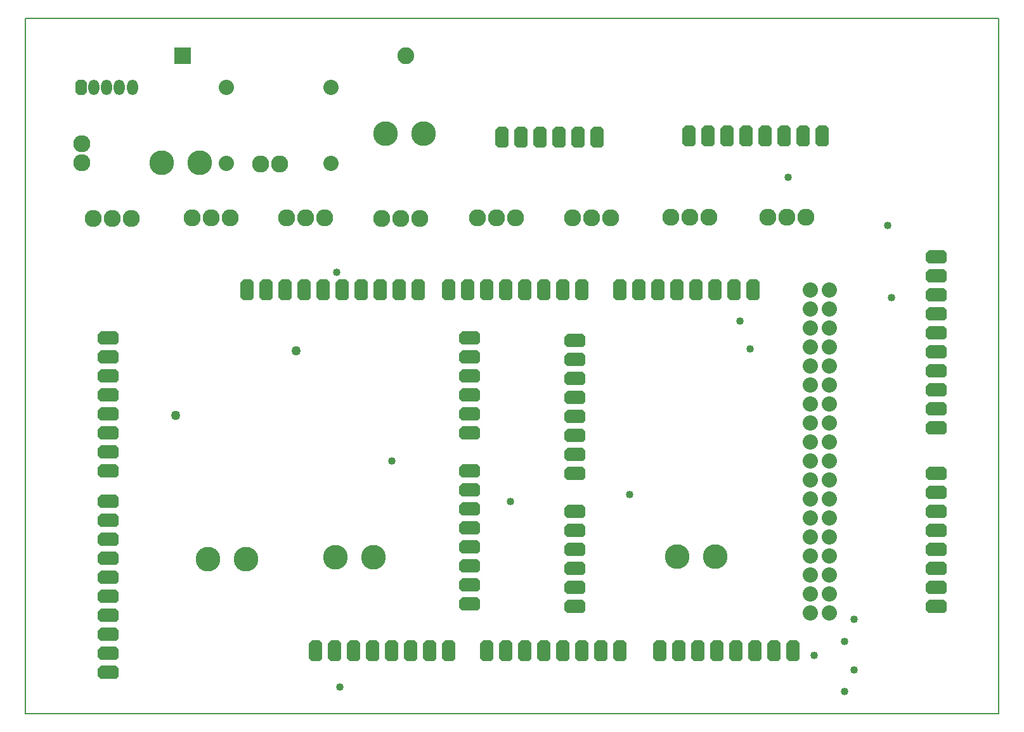
<source format=gbr>
G04 PROTEUS GERBER X2 FILE*
%TF.GenerationSoftware,Labcenter,Proteus,8.12-SP2-Build31155*%
%TF.CreationDate,2022-01-10T11:38:20+00:00*%
%TF.FileFunction,Soldermask,Top*%
%TF.FilePolarity,Negative*%
%TF.Part,Single*%
%TF.SameCoordinates,{77801cfb-34c7-4bc7-9940-2a46c461fd0e}*%
%FSLAX45Y45*%
%MOMM*%
G01*
%TA.AperFunction,Material*%
%ADD26C,1.016000*%
%ADD27C,1.270000*%
%TA.AperFunction,Material*%
%ADD28C,2.032000*%
%AMPPAD021*
4,1,8,
-0.509800,1.397000,
0.509800,1.397000,
0.889000,1.017800,
0.889000,-1.017800,
0.509800,-1.397000,
-0.509800,-1.397000,
-0.889000,-1.017800,
-0.889000,1.017800,
-0.509800,1.397000,
0*%
%TA.AperFunction,Material*%
%ADD29PPAD021*%
%AMPPAD022*
4,1,8,
1.397000,-0.509800,
1.397000,0.509800,
1.017800,0.889000,
-1.017800,0.889000,
-1.397000,0.509800,
-1.397000,-0.509800,
-1.017800,-0.889000,
1.017800,-0.889000,
1.397000,-0.509800,
0*%
%TA.AperFunction,Material*%
%ADD72PPAD022*%
%AMPPAD023*
4,1,8,
-0.509800,-1.397000,
0.509800,-1.397000,
0.889000,-1.017800,
0.889000,1.017800,
0.509800,1.397000,
-0.509800,1.397000,
-0.889000,1.017800,
-0.889000,-1.017800,
-0.509800,-1.397000,
0*%
%ADD73PPAD023*%
%TA.AperFunction,Material*%
%ADD30C,2.286000*%
%TA.AperFunction,Material*%
%ADD31C,3.302000*%
%AMPPAD026*
4,1,8,
-0.435000,1.000000,
0.435000,1.000000,
0.725000,0.710000,
0.725000,-0.710000,
0.435000,-1.000000,
-0.435000,-1.000000,
-0.725000,-0.710000,
-0.725000,0.710000,
-0.435000,1.000000,
0*%
%TA.AperFunction,Material*%
%ADD32PPAD026*%
%AMPPAD027*
4,1,34,
0.000010,1.000000,
0.148250,0.985570,
0.285330,0.944070,
0.408610,0.878130,
0.515430,0.790430,
0.603130,0.683610,
0.669070,0.560330,
0.710570,0.423250,
0.725000,0.275010,
0.725000,-0.275010,
0.710570,-0.423250,
0.669070,-0.560330,
0.603130,-0.683610,
0.515430,-0.790430,
0.408610,-0.878130,
0.285330,-0.944070,
0.148250,-0.985570,
-0.000010,-1.000000,
-0.148250,-0.985570,
-0.285330,-0.944070,
-0.408610,-0.878130,
-0.515430,-0.790430,
-0.603130,-0.683610,
-0.669070,-0.560330,
-0.710570,-0.423250,
-0.725000,-0.275010,
-0.725000,0.275010,
-0.710570,0.423250,
-0.669070,0.560330,
-0.603130,0.683610,
-0.515430,0.790430,
-0.408610,0.878130,
-0.285330,0.944070,
-0.148250,0.985570,
0.000010,1.000000,
0*%
%ADD33PPAD027*%
%AMPPAD028*
4,1,4,
-1.125000,1.125000,
1.125000,1.125000,
1.125000,-1.125000,
-1.125000,-1.125000,
-1.125000,1.125000,
0*%
%TA.AperFunction,Material*%
%ADD34PPAD028*%
%ADD35C,2.250000*%
%TA.AperFunction,Profile*%
%ADD21C,0.203200*%
%TD.AperFunction*%
D26*
X+5014131Y+3470811D03*
X+6347876Y+2833360D03*
X+4373720Y+1551782D03*
X+6401782Y+1866821D03*
X+4511550Y+1177674D03*
X-1010000Y+2201550D03*
D27*
X-1555333Y+1150529D03*
D26*
X+5902001Y-3114194D03*
X+5902001Y-2436861D03*
X+5364118Y-2914979D03*
X-970940Y-3343293D03*
X+5772510Y-3403057D03*
X+5772510Y-2735685D03*
D27*
X-3160000Y+290000D03*
D26*
X-274853Y-317794D03*
X+1312647Y-859411D03*
X+2900147Y-770000D03*
D28*
X+5318000Y+1963000D03*
X+5572000Y+1963000D03*
X+5318000Y+1709000D03*
X+5572000Y+1709000D03*
X+5318000Y+1455000D03*
X+5572000Y+1455000D03*
X+5318000Y+1201000D03*
X+5572000Y+1201000D03*
X+5318000Y+947000D03*
X+5572000Y+947000D03*
X+5318000Y+693000D03*
X+5572000Y+693000D03*
X+5318000Y+439000D03*
X+5572000Y+439000D03*
X+5318000Y+185000D03*
X+5572000Y+185000D03*
X+5318000Y-69000D03*
X+5572000Y-69000D03*
X+5318000Y-323000D03*
X+5572000Y-323000D03*
X+5318000Y-577000D03*
X+5572000Y-577000D03*
X+5318000Y-831000D03*
X+5572000Y-831000D03*
X+5318000Y-1085000D03*
X+5572000Y-1085000D03*
X+5318000Y-1339000D03*
X+5572000Y-1339000D03*
X+5318000Y-1593000D03*
X+5572000Y-1593000D03*
X+5318000Y-1847000D03*
X+5572000Y-1847000D03*
X+5318000Y-2101000D03*
X+5572000Y-2101000D03*
X+5318000Y-2355000D03*
X+5572000Y-2355000D03*
D29*
X+3311400Y-2863000D03*
X+3565400Y-2863000D03*
X+3819400Y-2863000D03*
X+4073400Y-2863000D03*
X+4327400Y-2863000D03*
X+4581400Y-2863000D03*
X+4835400Y-2863000D03*
X+5089400Y-2863000D03*
X+1000000Y-2863000D03*
X+1254000Y-2863000D03*
X+1508000Y-2863000D03*
X+1762000Y-2863000D03*
X+2016000Y-2863000D03*
X+2270000Y-2863000D03*
X+2524000Y-2863000D03*
X+2778000Y-2863000D03*
X-1286000Y-2863000D03*
X-1032000Y-2863000D03*
X-778000Y-2863000D03*
X-524000Y-2863000D03*
X-270000Y-2863000D03*
X-16000Y-2863000D03*
X+238000Y-2863000D03*
X+492000Y-2863000D03*
X+2778000Y+1963000D03*
X+3032000Y+1963000D03*
X+3286000Y+1963000D03*
X+3540000Y+1963000D03*
X+3794000Y+1963000D03*
X+4048000Y+1963000D03*
X+4302000Y+1963000D03*
X+4556000Y+1963000D03*
X+492000Y+1963000D03*
X+746000Y+1963000D03*
X+1000000Y+1963000D03*
X+1254000Y+1963000D03*
X+1508000Y+1963000D03*
X+1762000Y+1963000D03*
X+2016000Y+1963000D03*
X+2270000Y+1963000D03*
X-2200400Y+1963000D03*
X-1946400Y+1963000D03*
X-1692400Y+1963000D03*
X-1438400Y+1963000D03*
X-1184400Y+1963000D03*
X-930400Y+1963000D03*
X-676400Y+1963000D03*
X-422400Y+1963000D03*
X-168400Y+1963000D03*
X+85600Y+1963000D03*
D72*
X+2170000Y-2271000D03*
X+2170000Y-2017000D03*
X+2170000Y-1763000D03*
X+2170000Y-1509000D03*
X+2170000Y-1255000D03*
X+2170000Y-1001000D03*
X+2170000Y-493000D03*
X+2170000Y-239000D03*
X+2170000Y+15000D03*
X+2170000Y+269000D03*
X+2170000Y+523000D03*
X+2170000Y+777000D03*
X+2170000Y+1031000D03*
X+2170000Y+1285000D03*
X+6996000Y-2271000D03*
X+6996000Y-2017000D03*
X+6996000Y-1763000D03*
X+6996000Y-1509000D03*
X+6996000Y-1255000D03*
X+6996000Y-1001000D03*
X+6996000Y-747000D03*
X+6996000Y-493000D03*
X+6996000Y+123400D03*
X+6996000Y+377400D03*
X+6996000Y+631400D03*
X+6996000Y+885400D03*
X+6996000Y+1139400D03*
X+6996000Y+1393400D03*
X+6996000Y+1647400D03*
X+6996000Y+1901400D03*
X+6996000Y+2155400D03*
X+6996000Y+2409400D03*
X+770000Y+1321000D03*
X+770000Y+1067000D03*
X+770000Y+813000D03*
X+770000Y+559000D03*
X+770000Y+305000D03*
X+770000Y+51000D03*
X+770000Y-457000D03*
X+770000Y-711000D03*
X+770000Y-965000D03*
X+770000Y-1219000D03*
X+770000Y-1473000D03*
X+770000Y-1727000D03*
X+770000Y-1981000D03*
X+770000Y-2235000D03*
X-4056000Y+1321000D03*
X-4056000Y+1067000D03*
X-4056000Y+813000D03*
X-4056000Y+559000D03*
X-4056000Y+305000D03*
X-4056000Y+51000D03*
X-4056000Y-203000D03*
X-4056000Y-457000D03*
X-4056000Y-863400D03*
X-4056000Y-1117400D03*
X-4056000Y-1371400D03*
X-4056000Y-1625400D03*
X-4056000Y-1879400D03*
X-4056000Y-2133400D03*
X-4056000Y-2387400D03*
X-4056000Y-2641400D03*
X-4056000Y-2895400D03*
X-4056000Y-3149400D03*
D73*
X+1204000Y+4010000D03*
X+1458000Y+4010000D03*
X+1712000Y+4010000D03*
X+1966000Y+4010000D03*
X+2220000Y+4010000D03*
X+2474000Y+4010000D03*
X+3700000Y+4020000D03*
X+3954000Y+4020000D03*
X+4208000Y+4020000D03*
X+4462000Y+4020000D03*
X+4716000Y+4020000D03*
X+4970000Y+4020000D03*
X+5224000Y+4020000D03*
X+5478000Y+4020000D03*
D30*
X+4750000Y+2940000D03*
X+5004000Y+2940000D03*
X+5258000Y+2940000D03*
X+3450000Y+2940000D03*
X+3704000Y+2940000D03*
X+3958000Y+2940000D03*
X+2140000Y+2930000D03*
X+2394000Y+2930000D03*
X+2648000Y+2930000D03*
X+870000Y+2930000D03*
X+1124000Y+2930000D03*
X+1378000Y+2930000D03*
X-410000Y+2920000D03*
X-156000Y+2920000D03*
X+98000Y+2920000D03*
X-1680000Y+2930000D03*
X-1426000Y+2930000D03*
X-1172000Y+2930000D03*
X-2940000Y+2930000D03*
X-2686000Y+2930000D03*
X-2432000Y+2930000D03*
X-4258000Y+2920000D03*
X-4004000Y+2920000D03*
X-3750000Y+2920000D03*
D31*
X-1030000Y-1610000D03*
X-522000Y-1610000D03*
X-360000Y+4060000D03*
X+148000Y+4060000D03*
X-2730000Y-1630000D03*
X-2222000Y-1630000D03*
X+3540000Y-1600000D03*
X+4048000Y-1600000D03*
D32*
X-4420000Y+4680000D03*
D33*
X-4250000Y+4680000D03*
X-4080000Y+4680000D03*
X-3910000Y+4680000D03*
X-3740000Y+4680000D03*
D30*
X-4410000Y+3920000D03*
X-4410000Y+3666000D03*
D34*
X-3070000Y+5100000D03*
D35*
X-90000Y+5100000D03*
D30*
X-2030000Y+3650000D03*
X-1776000Y+3650000D03*
D28*
X-2480000Y+3664000D03*
X-2480000Y+4680000D03*
X-1090000Y+4680000D03*
X-1090000Y+3664000D03*
D31*
X-3350000Y+3670000D03*
X-2842000Y+3670000D03*
D21*
X-5170000Y-3700000D02*
X+7830000Y-3700000D01*
X+7830000Y+5600000D01*
X-5170000Y+5600000D01*
X-5170000Y-3700000D01*
M02*

</source>
